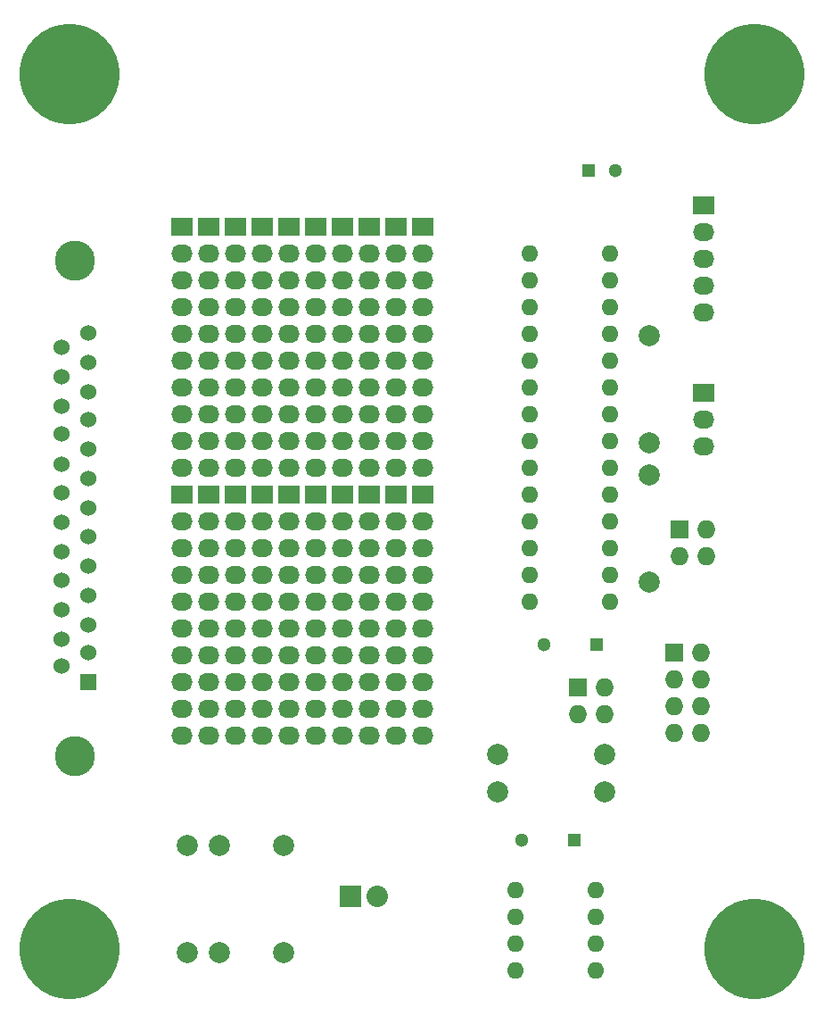
<source format=gbs>
G04 #@! TF.FileFunction,Soldermask,Bot*
%FSLAX46Y46*%
G04 Gerber Fmt 4.6, Leading zero omitted, Abs format (unit mm)*
G04 Created by KiCad (PCBNEW (after 2015-mar-04 BZR unknown)-product) date 10/25/2016 5:34:20 PM*
%MOMM*%
G01*
G04 APERTURE LIST*
%ADD10C,0.150000*%
%ADD11C,9.525000*%
%ADD12R,2.032000X2.032000*%
%ADD13O,2.032000X2.032000*%
%ADD14R,1.300000X1.300000*%
%ADD15C,1.300000*%
%ADD16O,1.600000X1.600000*%
%ADD17R,1.727200X1.727200*%
%ADD18O,1.727200X1.727200*%
%ADD19R,2.032000X1.727200*%
%ADD20O,2.032000X1.727200*%
%ADD21C,1.998980*%
%ADD22C,3.810000*%
%ADD23R,1.524000X1.524000*%
%ADD24C,1.524000*%
G04 APERTURE END LIST*
D10*
D11*
X16000000Y-16000000D03*
X81000000Y-16000000D03*
X16000000Y-99000000D03*
X81000000Y-99000000D03*
D12*
X42672000Y-93980000D03*
D13*
X45212000Y-93980000D03*
D14*
X66040000Y-70104000D03*
D15*
X61040000Y-70104000D03*
D14*
X63881000Y-88646000D03*
D15*
X58881000Y-88646000D03*
D16*
X59690000Y-33020000D03*
X59690000Y-35560000D03*
X59690000Y-38100000D03*
X59690000Y-40640000D03*
X59690000Y-43180000D03*
X59690000Y-45720000D03*
X59690000Y-48260000D03*
X59690000Y-50800000D03*
X59690000Y-53340000D03*
X59690000Y-55880000D03*
X59690000Y-58420000D03*
X59690000Y-60960000D03*
X59690000Y-63500000D03*
X59690000Y-66040000D03*
X67310000Y-66040000D03*
X67310000Y-63500000D03*
X67310000Y-60960000D03*
X67310000Y-58420000D03*
X67310000Y-55880000D03*
X67310000Y-53340000D03*
X67310000Y-50800000D03*
X67310000Y-48260000D03*
X67310000Y-45720000D03*
X67310000Y-43180000D03*
X67310000Y-40640000D03*
X67310000Y-38100000D03*
X67310000Y-35560000D03*
X67310000Y-33020000D03*
X58293000Y-93345000D03*
X58293000Y-95885000D03*
X58293000Y-98425000D03*
X58293000Y-100965000D03*
X65913000Y-100965000D03*
X65913000Y-98425000D03*
X65913000Y-95885000D03*
X65913000Y-93345000D03*
D17*
X73406000Y-70866000D03*
D18*
X75946000Y-70866000D03*
X73406000Y-73406000D03*
X75946000Y-73406000D03*
X73406000Y-75946000D03*
X75946000Y-75946000D03*
X73406000Y-78486000D03*
X75946000Y-78486000D03*
D19*
X76200000Y-28448000D03*
D20*
X76200000Y-30988000D03*
X76200000Y-33528000D03*
X76200000Y-36068000D03*
X76200000Y-38608000D03*
D21*
X66802000Y-80518000D03*
X56642000Y-80518000D03*
X66802000Y-84074000D03*
X56642000Y-84074000D03*
X71000000Y-51000000D03*
X71000000Y-40840000D03*
X71000000Y-54000000D03*
X71000000Y-64160000D03*
X36322000Y-99314000D03*
X36322000Y-89154000D03*
X27178000Y-99314000D03*
X27178000Y-89154000D03*
X30226000Y-99314000D03*
X30226000Y-89154000D03*
D17*
X73914000Y-59182000D03*
D18*
X76454000Y-59182000D03*
X73914000Y-61722000D03*
X76454000Y-61722000D03*
D17*
X64262000Y-74168000D03*
D18*
X66802000Y-74168000D03*
X64262000Y-76708000D03*
X66802000Y-76708000D03*
D14*
X65278000Y-25146000D03*
D15*
X67778000Y-25146000D03*
D22*
X16510000Y-33655000D03*
X16510000Y-80645000D03*
D23*
X17780000Y-73660000D03*
D24*
X17780000Y-70866000D03*
X17780000Y-68199000D03*
X17780000Y-65405000D03*
X17780000Y-62611000D03*
X17780000Y-59817000D03*
X17780000Y-57150000D03*
X17780000Y-54356000D03*
X17780000Y-51562000D03*
X17780000Y-48768000D03*
X17780000Y-46101000D03*
X17780000Y-43307000D03*
X17780000Y-40513000D03*
X15240000Y-72085200D03*
X15240000Y-69545200D03*
X15240000Y-66751200D03*
X15240000Y-64008000D03*
X15240000Y-61264800D03*
X15240000Y-58470800D03*
X15240000Y-55727600D03*
X15240000Y-52984400D03*
X15240000Y-50139600D03*
X15240000Y-47447200D03*
X15240000Y-44704000D03*
X15240000Y-41910000D03*
D19*
X41910000Y-30480000D03*
D20*
X41910000Y-33020000D03*
X41910000Y-35560000D03*
X41910000Y-38100000D03*
X41910000Y-40640000D03*
X41910000Y-43180000D03*
X41910000Y-45720000D03*
X41910000Y-48260000D03*
X41910000Y-50800000D03*
X41910000Y-53340000D03*
D19*
X44450000Y-55880000D03*
D20*
X44450000Y-58420000D03*
X44450000Y-60960000D03*
X44450000Y-63500000D03*
X44450000Y-66040000D03*
X44450000Y-68580000D03*
X44450000Y-71120000D03*
X44450000Y-73660000D03*
X44450000Y-76200000D03*
X44450000Y-78740000D03*
D19*
X46990000Y-30480000D03*
D20*
X46990000Y-33020000D03*
X46990000Y-35560000D03*
X46990000Y-38100000D03*
X46990000Y-40640000D03*
X46990000Y-43180000D03*
X46990000Y-45720000D03*
X46990000Y-48260000D03*
X46990000Y-50800000D03*
X46990000Y-53340000D03*
D19*
X46990000Y-55880000D03*
D20*
X46990000Y-58420000D03*
X46990000Y-60960000D03*
X46990000Y-63500000D03*
X46990000Y-66040000D03*
X46990000Y-68580000D03*
X46990000Y-71120000D03*
X46990000Y-73660000D03*
X46990000Y-76200000D03*
X46990000Y-78740000D03*
D19*
X44450000Y-30480000D03*
D20*
X44450000Y-33020000D03*
X44450000Y-35560000D03*
X44450000Y-38100000D03*
X44450000Y-40640000D03*
X44450000Y-43180000D03*
X44450000Y-45720000D03*
X44450000Y-48260000D03*
X44450000Y-50800000D03*
X44450000Y-53340000D03*
D19*
X41910000Y-55880000D03*
D20*
X41910000Y-58420000D03*
X41910000Y-60960000D03*
X41910000Y-63500000D03*
X41910000Y-66040000D03*
X41910000Y-68580000D03*
X41910000Y-71120000D03*
X41910000Y-73660000D03*
X41910000Y-76200000D03*
X41910000Y-78740000D03*
D19*
X31750000Y-55880000D03*
D20*
X31750000Y-58420000D03*
X31750000Y-60960000D03*
X31750000Y-63500000D03*
X31750000Y-66040000D03*
X31750000Y-68580000D03*
X31750000Y-71120000D03*
X31750000Y-73660000D03*
X31750000Y-76200000D03*
X31750000Y-78740000D03*
D19*
X34290000Y-30480000D03*
D20*
X34290000Y-33020000D03*
X34290000Y-35560000D03*
X34290000Y-38100000D03*
X34290000Y-40640000D03*
X34290000Y-43180000D03*
X34290000Y-45720000D03*
X34290000Y-48260000D03*
X34290000Y-50800000D03*
X34290000Y-53340000D03*
D19*
X29210000Y-55880000D03*
D20*
X29210000Y-58420000D03*
X29210000Y-60960000D03*
X29210000Y-63500000D03*
X29210000Y-66040000D03*
X29210000Y-68580000D03*
X29210000Y-71120000D03*
X29210000Y-73660000D03*
X29210000Y-76200000D03*
X29210000Y-78740000D03*
D19*
X29210000Y-30480000D03*
D20*
X29210000Y-33020000D03*
X29210000Y-35560000D03*
X29210000Y-38100000D03*
X29210000Y-40640000D03*
X29210000Y-43180000D03*
X29210000Y-45720000D03*
X29210000Y-48260000D03*
X29210000Y-50800000D03*
X29210000Y-53340000D03*
D19*
X31750000Y-30480000D03*
D20*
X31750000Y-33020000D03*
X31750000Y-35560000D03*
X31750000Y-38100000D03*
X31750000Y-40640000D03*
X31750000Y-43180000D03*
X31750000Y-45720000D03*
X31750000Y-48260000D03*
X31750000Y-50800000D03*
X31750000Y-53340000D03*
D19*
X34290000Y-55880000D03*
D20*
X34290000Y-58420000D03*
X34290000Y-60960000D03*
X34290000Y-63500000D03*
X34290000Y-66040000D03*
X34290000Y-68580000D03*
X34290000Y-71120000D03*
X34290000Y-73660000D03*
X34290000Y-76200000D03*
X34290000Y-78740000D03*
D19*
X39370000Y-55880000D03*
D20*
X39370000Y-58420000D03*
X39370000Y-60960000D03*
X39370000Y-63500000D03*
X39370000Y-66040000D03*
X39370000Y-68580000D03*
X39370000Y-71120000D03*
X39370000Y-73660000D03*
X39370000Y-76200000D03*
X39370000Y-78740000D03*
D19*
X39370000Y-30480000D03*
D20*
X39370000Y-33020000D03*
X39370000Y-35560000D03*
X39370000Y-38100000D03*
X39370000Y-40640000D03*
X39370000Y-43180000D03*
X39370000Y-45720000D03*
X39370000Y-48260000D03*
X39370000Y-50800000D03*
X39370000Y-53340000D03*
D19*
X36830000Y-30480000D03*
D20*
X36830000Y-33020000D03*
X36830000Y-35560000D03*
X36830000Y-38100000D03*
X36830000Y-40640000D03*
X36830000Y-43180000D03*
X36830000Y-45720000D03*
X36830000Y-48260000D03*
X36830000Y-50800000D03*
X36830000Y-53340000D03*
D19*
X36830000Y-55880000D03*
D20*
X36830000Y-58420000D03*
X36830000Y-60960000D03*
X36830000Y-63500000D03*
X36830000Y-66040000D03*
X36830000Y-68580000D03*
X36830000Y-71120000D03*
X36830000Y-73660000D03*
X36830000Y-76200000D03*
X36830000Y-78740000D03*
D19*
X26670000Y-30480000D03*
D20*
X26670000Y-33020000D03*
X26670000Y-35560000D03*
X26670000Y-38100000D03*
X26670000Y-40640000D03*
X26670000Y-43180000D03*
X26670000Y-45720000D03*
X26670000Y-48260000D03*
X26670000Y-50800000D03*
X26670000Y-53340000D03*
D19*
X26670000Y-55880000D03*
D20*
X26670000Y-58420000D03*
X26670000Y-60960000D03*
X26670000Y-63500000D03*
X26670000Y-66040000D03*
X26670000Y-68580000D03*
X26670000Y-71120000D03*
X26670000Y-73660000D03*
X26670000Y-76200000D03*
X26670000Y-78740000D03*
D19*
X49530000Y-55880000D03*
D20*
X49530000Y-58420000D03*
X49530000Y-60960000D03*
X49530000Y-63500000D03*
X49530000Y-66040000D03*
X49530000Y-68580000D03*
X49530000Y-71120000D03*
X49530000Y-73660000D03*
X49530000Y-76200000D03*
X49530000Y-78740000D03*
D19*
X49530000Y-30480000D03*
D20*
X49530000Y-33020000D03*
X49530000Y-35560000D03*
X49530000Y-38100000D03*
X49530000Y-40640000D03*
X49530000Y-43180000D03*
X49530000Y-45720000D03*
X49530000Y-48260000D03*
X49530000Y-50800000D03*
X49530000Y-53340000D03*
D19*
X76200000Y-46228000D03*
D20*
X76200000Y-48768000D03*
X76200000Y-51308000D03*
M02*

</source>
